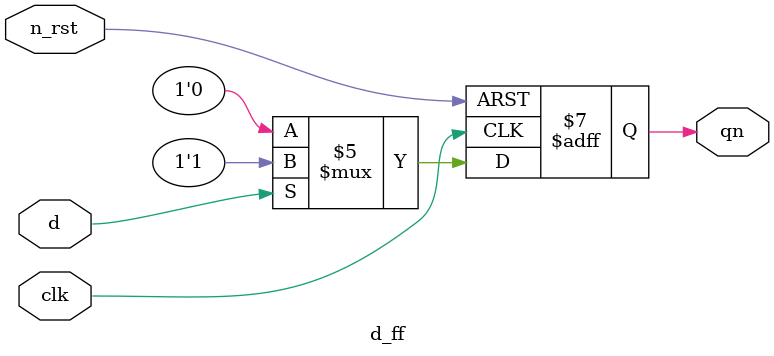
<source format=v>
module d_ff(
    clk,
    n_rst,
    d,
    qn
);

input clk;
input n_rst;
input d;

output qn;
reg qn;

always@(posedge clk or negedge n_rst) begin
    if(!n_rst) begin
        qn <= 1'b0;
    end
    else 
    if (d == 0) 
        qn <= 1'b0;
    else 
        qn <= 1'b1;
end

endmodule
</source>
